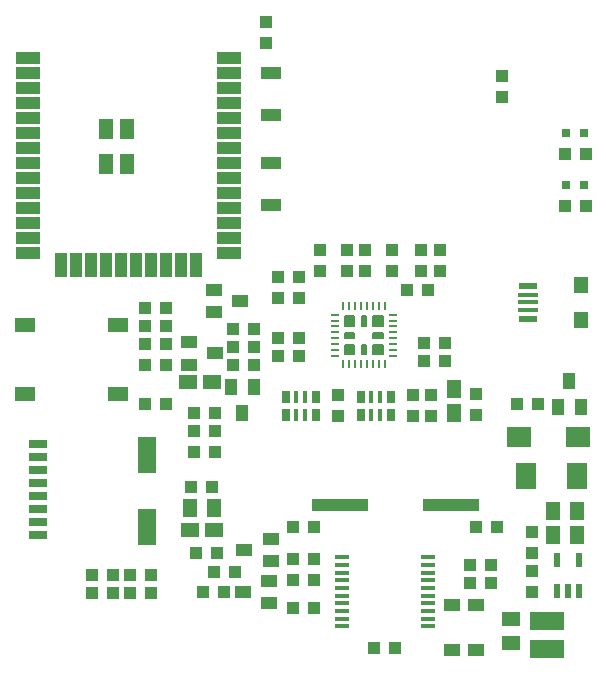
<source format=gbr>
G04 #@! TF.GenerationSoftware,KiCad,Pcbnew,5.1.0-rc2-unknown-036be7d~80~ubuntu16.04.1*
G04 #@! TF.CreationDate,2019-12-17T11:34:35+02:00*
G04 #@! TF.ProjectId,ESP32-GATEWAY_Rev_G,45535033-322d-4474-9154-455741595f52,G*
G04 #@! TF.SameCoordinates,Original*
G04 #@! TF.FileFunction,Paste,Top*
G04 #@! TF.FilePolarity,Positive*
%FSLAX46Y46*%
G04 Gerber Fmt 4.6, Leading zero omitted, Abs format (unit mm)*
G04 Created by KiCad (PCBNEW 5.1.0-rc2-unknown-036be7d~80~ubuntu16.04.1) date 2019-12-17 11:34:35*
%MOMM*%
%LPD*%
G04 APERTURE LIST*
%ADD10C,0.200000*%
%ADD11R,1.016000X1.016000*%
%ADD12R,1.200000X1.800000*%
%ADD13R,2.101600X1.001600*%
%ADD14R,1.001600X2.101600*%
%ADD15R,1.500000X3.100000*%
%ADD16R,1.500000X0.800000*%
%ADD17R,1.524000X1.270000*%
%ADD18R,1.400000X1.000000*%
%ADD19R,1.000000X1.400000*%
%ADD20R,1.778000X2.286000*%
%ADD21R,0.800000X0.800000*%
%ADD22R,1.650000X0.500000*%
%ADD23R,1.721120X0.396120*%
%ADD24R,1.254000X1.354000*%
%ADD25R,1.270000X1.524000*%
%ADD26R,2.000000X1.700000*%
%ADD27R,1.778000X1.016000*%
%ADD28R,0.230000X0.780000*%
%ADD29R,0.780000X0.230000*%
%ADD30R,1.270000X0.325000*%
%ADD31R,3.000000X1.600000*%
%ADD32R,0.550000X1.200000*%
%ADD33R,0.381000X1.016000*%
%ADD34R,0.635000X1.016000*%
%ADD35R,4.826000X1.100000*%
%ADD36R,1.778000X1.270000*%
G04 APERTURE END LIST*
D10*
X101549000Y-97244000D02*
X101549000Y-96444000D01*
X100749000Y-97244000D02*
X101549000Y-97244000D01*
X100749000Y-96444000D02*
X100749000Y-97244000D01*
X101549000Y-96444000D02*
X100749000Y-96444000D01*
X101549000Y-96544000D02*
X100749000Y-96544000D01*
X101549000Y-96644000D02*
X100749000Y-96644000D01*
X101549000Y-96744000D02*
X100749000Y-96744000D01*
X101549000Y-96844000D02*
X100749000Y-96844000D01*
X101549000Y-96944000D02*
X100749000Y-96944000D01*
X101549000Y-97044000D02*
X100749000Y-97044000D01*
X101549000Y-97144000D02*
X100749000Y-97144000D01*
X99149000Y-97144000D02*
X98349000Y-97144000D01*
X99149000Y-97044000D02*
X98349000Y-97044000D01*
X99149000Y-96944000D02*
X98349000Y-96944000D01*
X99149000Y-96844000D02*
X98349000Y-96844000D01*
X99149000Y-96744000D02*
X98349000Y-96744000D01*
X99149000Y-96644000D02*
X98349000Y-96644000D01*
X99149000Y-96544000D02*
X98349000Y-96544000D01*
X99149000Y-96444000D02*
X98349000Y-96444000D01*
X98349000Y-96444000D02*
X98349000Y-97244000D01*
X98349000Y-97244000D02*
X99149000Y-97244000D01*
X99149000Y-97244000D02*
X99149000Y-96444000D01*
X101549000Y-99544000D02*
X100749000Y-99544000D01*
X101549000Y-99444000D02*
X100749000Y-99444000D01*
X101549000Y-99344000D02*
X100749000Y-99344000D01*
X101549000Y-99244000D02*
X100749000Y-99244000D01*
X101549000Y-99144000D02*
X100749000Y-99144000D01*
X101549000Y-99044000D02*
X100749000Y-99044000D01*
X101549000Y-98944000D02*
X100749000Y-98944000D01*
X101549000Y-98844000D02*
X100749000Y-98844000D01*
X100749000Y-98844000D02*
X100749000Y-99644000D01*
X100749000Y-99644000D02*
X101549000Y-99644000D01*
X101549000Y-99644000D02*
X101549000Y-98844000D01*
X99149000Y-99644000D02*
X99149000Y-98844000D01*
X98349000Y-99644000D02*
X99149000Y-99644000D01*
X98349000Y-98844000D02*
X98349000Y-99644000D01*
X99149000Y-98844000D02*
X98349000Y-98844000D01*
X99149000Y-98944000D02*
X98349000Y-98944000D01*
X99149000Y-99044000D02*
X98349000Y-99044000D01*
X99149000Y-99144000D02*
X98349000Y-99144000D01*
X99149000Y-99244000D02*
X98349000Y-99244000D01*
X99149000Y-99344000D02*
X98349000Y-99344000D01*
X99149000Y-99444000D02*
X98349000Y-99444000D01*
X99149000Y-99544000D02*
X98349000Y-99544000D01*
X99749000Y-96444000D02*
X100149000Y-96444000D01*
X99749000Y-97244000D02*
X99749000Y-96444000D01*
X100149000Y-97244000D02*
X99749000Y-97244000D01*
X100149000Y-96444000D02*
X100149000Y-97244000D01*
X100049000Y-96444000D02*
X100049000Y-97244000D01*
X99949000Y-96444000D02*
X99949000Y-97244000D01*
X99849000Y-96444000D02*
X99849000Y-97244000D01*
X99849000Y-98844000D02*
X99849000Y-99644000D01*
X99949000Y-98844000D02*
X99949000Y-99644000D01*
X100049000Y-98844000D02*
X100049000Y-99644000D01*
X100149000Y-98844000D02*
X100149000Y-99644000D01*
X100149000Y-99644000D02*
X99749000Y-99644000D01*
X99749000Y-99644000D02*
X99749000Y-98844000D01*
X99749000Y-98844000D02*
X100149000Y-98844000D01*
X101549000Y-98244000D02*
X101549000Y-97844000D01*
X100749000Y-98244000D02*
X101549000Y-98244000D01*
X100749000Y-97844000D02*
X100749000Y-98244000D01*
X101549000Y-97844000D02*
X100749000Y-97844000D01*
X101549000Y-97944000D02*
X100749000Y-97944000D01*
X100749000Y-98044000D02*
X101549000Y-98044000D01*
X101549000Y-98144000D02*
X100749000Y-98144000D01*
X99149000Y-98144000D02*
X98349000Y-98144000D01*
X98349000Y-98044000D02*
X99149000Y-98044000D01*
X99149000Y-97944000D02*
X98349000Y-97944000D01*
X99149000Y-97844000D02*
X98349000Y-97844000D01*
X98349000Y-97844000D02*
X98349000Y-98244000D01*
X98349000Y-98244000D02*
X99149000Y-98244000D01*
X99149000Y-98244000D02*
X99149000Y-97844000D01*
D11*
X85725000Y-116459000D03*
X87503000Y-116459000D03*
D12*
X79910000Y-83583000D03*
X79910000Y-80583000D03*
X78110000Y-83583000D03*
X78110000Y-80583000D03*
D13*
X71510000Y-74573000D03*
X71510000Y-75843000D03*
X71510000Y-77113000D03*
X71510000Y-78383000D03*
X71510000Y-79653000D03*
X71510000Y-80923000D03*
X71510000Y-82193000D03*
X71510000Y-83463000D03*
X71510000Y-84733000D03*
X71510000Y-86003000D03*
X71510000Y-87273000D03*
X71510000Y-88543000D03*
X71510000Y-89813000D03*
X71510000Y-91083000D03*
D14*
X74310000Y-92083000D03*
X75580000Y-92083000D03*
X76850000Y-92083000D03*
X78120000Y-92083000D03*
X79390000Y-92083000D03*
X80660000Y-92083000D03*
X81930000Y-92083000D03*
X83200000Y-92083000D03*
X84470000Y-92083000D03*
X85740000Y-92083000D03*
D13*
X88510000Y-91083000D03*
X88510000Y-89813000D03*
X88510000Y-88543000D03*
X88510000Y-87273000D03*
X88510000Y-86003000D03*
X88510000Y-84733000D03*
X88510000Y-83463000D03*
X88510000Y-82193000D03*
X88510000Y-80923000D03*
X88510000Y-79653000D03*
X88510000Y-78383000D03*
X88510000Y-77113000D03*
X88510000Y-75843000D03*
X88510000Y-74573000D03*
D15*
X81577000Y-114275000D03*
X81577000Y-108215000D03*
D16*
X72327000Y-107275000D03*
X72327000Y-108375000D03*
X72327000Y-109475000D03*
X72327000Y-110575000D03*
X72327000Y-111675000D03*
X72327000Y-112775000D03*
X72327000Y-113875000D03*
X72327000Y-114975000D03*
D11*
X88900000Y-97536000D03*
X90678000Y-97536000D03*
D17*
X85090000Y-101981000D03*
X87122000Y-101981000D03*
D11*
X90677999Y-99060000D03*
X88899999Y-99060000D03*
D18*
X87284560Y-94173040D03*
X87284560Y-96075500D03*
X89494360Y-95120460D03*
D11*
X90677999Y-100584000D03*
X88899999Y-100584000D03*
D19*
X90611960Y-102397560D03*
X88709500Y-102397560D03*
X89664540Y-104607360D03*
D20*
X113647000Y-109982000D03*
X118001000Y-109982000D03*
D11*
X85598000Y-104648000D03*
X87376000Y-104648000D03*
X80137000Y-119888000D03*
X81915000Y-119888000D03*
X118745000Y-82677000D03*
X116967000Y-82677000D03*
D21*
X118618000Y-80899000D03*
X117094000Y-80899000D03*
D22*
X113817000Y-96637500D03*
D23*
X113817000Y-95900000D03*
X113817000Y-95250000D03*
X113817000Y-94600000D03*
D22*
X113817000Y-93862500D03*
D24*
X118367000Y-96750000D03*
X118367000Y-93750000D03*
D11*
X86360000Y-119761000D03*
X88138000Y-119761000D03*
D25*
X115951000Y-114935000D03*
X117983000Y-114935000D03*
X115951000Y-112903000D03*
X117983000Y-112903000D03*
D11*
X114173000Y-114681000D03*
X114173000Y-116459000D03*
X114173000Y-119761000D03*
X114173000Y-117983000D03*
X116967000Y-87122000D03*
X118745000Y-87122000D03*
X83185000Y-98806000D03*
X81407000Y-98806000D03*
X81407000Y-97282000D03*
X83185000Y-97282000D03*
X93980000Y-118745000D03*
X95758000Y-118745000D03*
X112903000Y-103886000D03*
X114681000Y-103886000D03*
D26*
X118070000Y-106680000D03*
X113070000Y-106680000D03*
D11*
X110744000Y-117475000D03*
X108966000Y-117475000D03*
X93980000Y-121158000D03*
X95758000Y-121158000D03*
X111252000Y-114300000D03*
X109474000Y-114300000D03*
X93980000Y-114300000D03*
X95758000Y-114300000D03*
D27*
X92075000Y-75819000D03*
X92075000Y-79375000D03*
X92075000Y-86995000D03*
X92075000Y-83439000D03*
D11*
X85344000Y-110871000D03*
X87122000Y-110871000D03*
X93980000Y-116967000D03*
X95758000Y-116967000D03*
X110744000Y-118999000D03*
X108966000Y-118999000D03*
X92710000Y-93091000D03*
X94488000Y-93091000D03*
X106807000Y-100203000D03*
X105029000Y-100203000D03*
X102616000Y-124523500D03*
X100838000Y-124523500D03*
X100076000Y-92583000D03*
X100076000Y-90805000D03*
X102362000Y-92583000D03*
X102362000Y-90805000D03*
X96266000Y-92583000D03*
X96266000Y-90805000D03*
X98552000Y-92583000D03*
X98552000Y-90805000D03*
X111633000Y-77851000D03*
X111633000Y-76073000D03*
X91694000Y-71501000D03*
X91694000Y-73279000D03*
X81407000Y-100584000D03*
X83185000Y-100584000D03*
X81407000Y-103886000D03*
X83185000Y-103886000D03*
X83185000Y-95758000D03*
X81407000Y-95758000D03*
D21*
X118618000Y-85344000D03*
X117094000Y-85344000D03*
D11*
X105029000Y-98679000D03*
X106807000Y-98679000D03*
X92710000Y-98298000D03*
X94488000Y-98298000D03*
X92710000Y-99822000D03*
X94488000Y-99822000D03*
X92710000Y-94869000D03*
X94488000Y-94869000D03*
X105410000Y-94234000D03*
X103632000Y-94234000D03*
X97790000Y-104902000D03*
X97790000Y-103124000D03*
X109474000Y-104775000D03*
X109474000Y-102997000D03*
X106426000Y-92583000D03*
X106426000Y-90805000D03*
D25*
X87249000Y-112649000D03*
X85217000Y-112649000D03*
D11*
X104140000Y-103124000D03*
X104140000Y-104902000D03*
X105664000Y-103124000D03*
X105664000Y-104902000D03*
D17*
X112395000Y-122047000D03*
X112395000Y-124079000D03*
D28*
X98199000Y-95594000D03*
X98699000Y-95594000D03*
X99199000Y-95594000D03*
X99699000Y-95594000D03*
X100199000Y-95594000D03*
X100699000Y-95594000D03*
X101199000Y-95594000D03*
X101699000Y-95594000D03*
D29*
X102399000Y-96294000D03*
X102399000Y-96794000D03*
X102399000Y-97294000D03*
X102399000Y-97794000D03*
X102399000Y-98294000D03*
X102399000Y-98794000D03*
X102399000Y-99294000D03*
X102399000Y-99794000D03*
D28*
X101699000Y-100494000D03*
X101199000Y-100494000D03*
X100699000Y-100494000D03*
X100199000Y-100494000D03*
X99699000Y-100494000D03*
X99199000Y-100494000D03*
X98699000Y-100494000D03*
X98199000Y-100494000D03*
D29*
X97499000Y-99794000D03*
X97499000Y-99294000D03*
X97499000Y-98794000D03*
X97499000Y-98294000D03*
X97499000Y-97794000D03*
X97499000Y-97294000D03*
X97499000Y-96794000D03*
X97499000Y-96294000D03*
D30*
X105346500Y-122686000D03*
X105346500Y-122036000D03*
X105346500Y-121386000D03*
X105346500Y-120736000D03*
X105346500Y-120086000D03*
X105346500Y-119436000D03*
X105346500Y-118786000D03*
X105346500Y-118136000D03*
X105346500Y-117486000D03*
X105346500Y-116836000D03*
X98107500Y-116836000D03*
X98107500Y-117486000D03*
X98107500Y-118136000D03*
X98107500Y-118786000D03*
X98107500Y-119436000D03*
X98107500Y-120086000D03*
X98107500Y-120736000D03*
X98107500Y-121386000D03*
X98107500Y-122036000D03*
X98107500Y-122686000D03*
D17*
X87249000Y-114554000D03*
X85217000Y-114554000D03*
D18*
X91912440Y-120710960D03*
X91912440Y-118808500D03*
X89702640Y-119763540D03*
X92039440Y-117154960D03*
X92039440Y-115252500D03*
X89829640Y-116207540D03*
D31*
X115443000Y-124644000D03*
X115443000Y-122244000D03*
D32*
X116271000Y-119664000D03*
X117221000Y-119664000D03*
X118171000Y-119664000D03*
X116271000Y-117064000D03*
X118171000Y-117064000D03*
D19*
X116398040Y-104104440D03*
X118300500Y-104104440D03*
X117345460Y-101894640D03*
D25*
X107569000Y-104648000D03*
X107569000Y-102616000D03*
D33*
X100584000Y-103251000D03*
X101346000Y-103251000D03*
X100584000Y-104775000D03*
X101346000Y-104775000D03*
D34*
X99695000Y-103251000D03*
X99695000Y-104775000D03*
X102235000Y-103251000D03*
X102235000Y-104775000D03*
D33*
X94996000Y-104775000D03*
X94234000Y-104775000D03*
X94996000Y-103251000D03*
X94234000Y-103251000D03*
D34*
X95885000Y-104775000D03*
X95885000Y-103251000D03*
X93345000Y-104775000D03*
X93345000Y-103251000D03*
D35*
X97917000Y-112395000D03*
X107315000Y-112395000D03*
D36*
X71247000Y-102997000D03*
X79121000Y-102997000D03*
X71247000Y-97155000D03*
X79121000Y-97155000D03*
D11*
X87376000Y-107950000D03*
X85598000Y-107950000D03*
X80137000Y-118364000D03*
X81915000Y-118364000D03*
X76962000Y-118364000D03*
X78740000Y-118364000D03*
X76962000Y-119888000D03*
X78740000Y-119888000D03*
X85598000Y-106172000D03*
X87376000Y-106172000D03*
D18*
X87333000Y-99568000D03*
X85133000Y-100518000D03*
X85133000Y-98618000D03*
X107442000Y-120909000D03*
X107442000Y-124709000D03*
X109474000Y-124709000D03*
X109474000Y-120909000D03*
D11*
X104775000Y-90805000D03*
X104775000Y-92583000D03*
X87249000Y-118110000D03*
X89027000Y-118110000D03*
M02*

</source>
